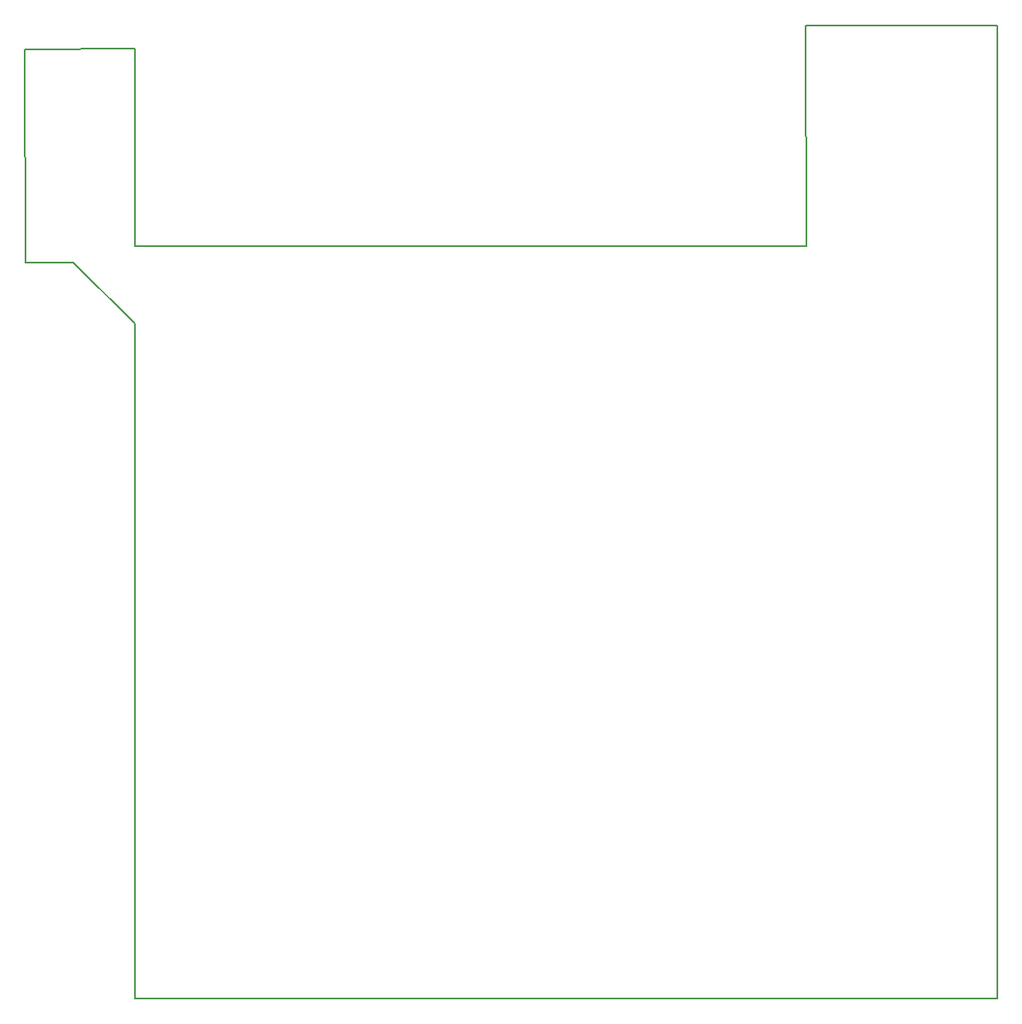
<source format=gbr>
G04 #@! TF.GenerationSoftware,KiCad,Pcbnew,(5.1.5-0-10_14)*
G04 #@! TF.CreationDate,2020-08-15T08:26:46+10:00*
G04 #@! TF.ProjectId,UFC,5546432e-6b69-4636-9164-5f7063625858,A*
G04 #@! TF.SameCoordinates,Original*
G04 #@! TF.FileFunction,Profile,NP*
%FSLAX46Y46*%
G04 Gerber Fmt 4.6, Leading zero omitted, Abs format (unit mm)*
G04 Created by KiCad (PCBNEW (5.1.5-0-10_14)) date 2020-08-15 08:26:46*
%MOMM*%
%LPD*%
G04 APERTURE LIST*
%ADD10C,0.150000*%
G04 APERTURE END LIST*
D10*
X68680000Y-72430000D02*
X73590000Y-72430000D01*
X68650000Y-50530000D02*
X68680000Y-72430000D01*
X79980000Y-70800000D02*
X79940000Y-50490000D01*
X149010000Y-70810000D02*
X79980000Y-70800000D01*
X148970000Y-48060000D02*
X149010000Y-70810000D01*
X168670000Y-48100000D02*
X148970000Y-48060000D01*
X168670000Y-48100000D02*
X168700000Y-148200000D01*
X168700000Y-148200000D02*
X79930000Y-148130000D01*
X79930000Y-148130000D02*
X79930000Y-78730000D01*
X73590000Y-72430000D02*
X79930000Y-78730000D01*
X79940000Y-50490000D02*
X68650000Y-50530000D01*
M02*

</source>
